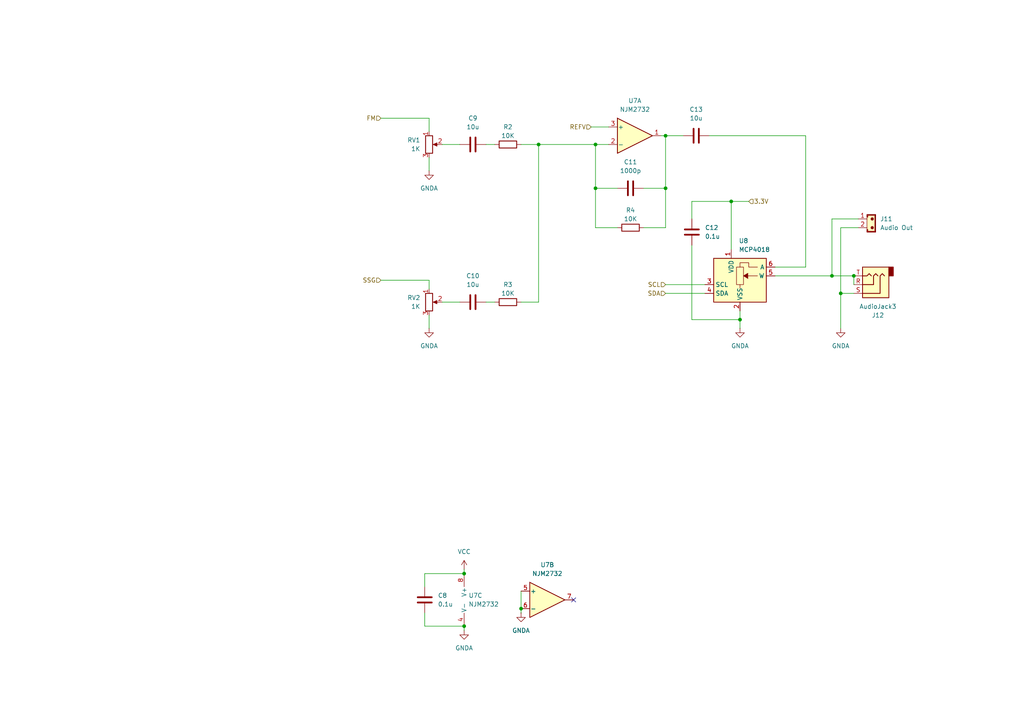
<source format=kicad_sch>
(kicad_sch (version 20231120) (generator "eeschema") (generator_version "8.0")
  (paper "A4")
  (lib_symbols
    (symbol "Amplifier_Operational:NJM4580" (pin_names (offset 0.127))
      (property "Reference" "U" (at 0 5.08 0))
      (property "Value" "NJM4580" (at 0 -5.08 0))
      (symbol "NJM4580_1_1"
        (polyline (pts (xy -5.08 5.08) (xy 5.08 0) (xy -5.08 -5.08) (xy -5.08 5.08)) (stroke (width 0.254)) (fill (type background)))
        (pin output line (at 7.62 0 180) (length 2.54) (name "~") (number "1"))
        (pin input line (at -7.62 -2.54 0) (length 2.54) (name "-") (number "2"))
        (pin input line (at -7.62 2.54 0) (length 2.54) (name "+") (number "3"))
      )
      (symbol "NJM4580_2_1"
        (polyline (pts (xy -5.08 5.08) (xy 5.08 0) (xy -5.08 -5.08) (xy -5.08 5.08)) (stroke (width 0.254)) (fill (type background)))
        (pin input line (at -7.62 2.54 0) (length 2.54) (name "+") (number "5"))
        (pin input line (at -7.62 -2.54 0) (length 2.54) (name "-") (number "6"))
        (pin output line (at 7.62 0 180) (length 2.54) (name "~") (number "7"))
      )
      (symbol "NJM4580_3_1"
        (pin power_in line (at -2.54 -7.62 90) (length 3.81) (name "V-") (number "4"))
        (pin power_in line (at -2.54 7.62 270) (length 3.81) (name "V+") (number "8"))
      )
    )
    (symbol "Connector_Audio:AudioJack3"
      (property "Reference" "J" (at 0 8.89 0))
      (property "Value" "AudioJack3" (at 0 6.35 0))
      (symbol "AudioJack3_0_1"
        (rectangle (start -5.08 -5.08) (end -6.35 -2.54) (stroke (width 0.254)) (fill (type outline)))
        (polyline (pts (xy 0 -2.54) (xy 0.635 -3.175) (xy 1.27 -2.54) (xy 2.54 -2.54)) (stroke (width 0.254)))
        (polyline (pts (xy -1.905 -2.54) (xy -1.27 -3.175) (xy -0.635 -2.54) (xy -0.635 0) (xy 2.54 0)) (stroke (width 0.254)))
        (polyline (pts (xy 2.54 2.54) (xy -2.54 2.54) (xy -2.54 -2.54) (xy -3.175 -3.175) (xy -3.81 -2.54)) (stroke (width 0.254)))
        (rectangle (start 2.54 3.81) (end -5.08 -5.08) (stroke (width 0.254)) (fill (type background)))
      )
      (symbol "AudioJack3_1_1"
        (pin passive line (at 5.08 0 180) (length 2.54) (name "~") (number "R"))
        (pin passive line (at 5.08 2.54 180) (length 2.54) (name "~") (number "S"))
        (pin passive line (at 5.08 -2.54 180) (length 2.54) (name "~") (number "T"))
      )
    )
    (symbol "Device:C" (pin_numbers hide) (pin_names (offset 0.254))
      (property "Reference" "C" (at 0.635 2.54 0))
      (property "Value" "C" (at 0.635 -2.54 0))
      (symbol "C_0_1"
        (polyline (pts (xy -2.032 -0.762) (xy 2.032 -0.762)) (stroke (width 0.508)))
        (polyline (pts (xy -2.032 0.762) (xy 2.032 0.762)) (stroke (width 0.508)))
      )
      (symbol "C_1_1"
        (pin passive line (at 0 3.81 270) (length 2.794) (name "~") (number "1"))
        (pin passive line (at 0 -3.81 90) (length 2.794) (name "~") (number "2"))
      )
    )
    (symbol "Device:R" (pin_numbers hide) (pin_names (offset 0))
      (property "Reference" "R" (at 2.032 0 90))
      (property "Value" "R" (at 0 0 90))
      (symbol "R_0_1"
        (rectangle (start -1.016 -2.54) (end 1.016 2.54) (stroke (width 0.254)))
      )
      (symbol "R_1_1"
        (pin passive line (at 0 3.81 270) (length 1.27) (name "~") (number "1"))
        (pin passive line (at 0 -3.81 90) (length 1.27) (name "~") (number "2"))
      )
    )
    (symbol "Device:R_Potentiometer" (pin_names (offset 1.016) hide)
      (property "Reference" "RV" (at -4.445 0 90))
      (property "Value" "R_Potentiometer" (at -2.54 0 90))
      (symbol "R_Potentiometer_0_1"
        (polyline (pts (xy 2.54 0) (xy 1.524 0)))
        (polyline (pts (xy 1.143 0) (xy 2.286 0.508) (xy 2.286 -0.508) (xy 1.143 0)) (fill (type outline)))
        (rectangle (start 1.016 2.54) (end -1.016 -2.54) (stroke (width 0.254)))
      )
      (symbol "R_Potentiometer_1_1"
        (pin passive line (at 0 3.81 270) (length 1.27) (name "1") (number "1"))
        (pin passive line (at 3.81 0 180) (length 1.27) (name "2") (number "2"))
        (pin passive line (at 0 -3.81 90) (length 1.27) (name "3") (number "3"))
      )
    )
    (symbol "PCM_SL_Connectors:JST_02"
      (property "Reference" "J" (at 0 7.62 0))
      (property "Value" "JST_02" (at 0 5.08 0))
      (symbol "JST_02_0_1"
        (rectangle (start -1.27 2.54) (end 1.27 -2.54) (fill (type background)))
        (polyline (pts (xy -1.27 -1.778) (xy -1.27 -2.54) (xy 1.27 -2.54) (xy 1.27 -1.778) (xy 1.016 -1.778) (xy 1.016 -2.286) (xy -1.016 -2.286) (xy -1.016 -1.778) (xy -1.27 -1.778)) (fill (type outline)))
        (polyline (pts (xy 1.27 1.778) (xy 1.27 2.54) (xy -1.27 2.54) (xy -1.27 1.778) (xy -1.016 1.778) (xy -1.016 2.286) (xy 1.016 2.286) (xy 1.016 1.778) (xy 1.27 1.778)) (fill (type outline)))
        (circle (center 0.254 -1.27) (radius 0.381) (fill (type outline)))
        (circle (center 0.254 1.27) (radius 0.381) (fill (type outline)))
        (rectangle (start 1.016 1.778) (end 1.27 -1.778) (fill (type outline)))
      )
      (symbol "JST_02_1_1"
        (pin passive line (at -3.81 1.27 0) (length 2.54) (name "") (number "1"))
        (pin passive line (at -3.81 -1.27 0) (length 2.54) (name "") (number "2"))
      )
    )
    (symbol "Potentiometer_Digital:MCP4018-xxxxLT"
      (property "Reference" "U" (at -7.62 8.89 0))
      (property "Value" "MCP4018-xxxxLT" (at 1.27 8.89 0))
      (symbol "MCP4018-xxxxLT_0_1"
        (polyline (pts (xy 0 0) (xy 0 -1.016)))
        (polyline (pts (xy 5.08 5.08) (xy 2.54 5.08) (xy 2.54 6.35) (xy 0 6.35) (xy 0 5.08)))
      )
      (symbol "MCP4018-xxxxLT_1_1"
        (rectangle (start -7.62 7.62) (end 7.62 -5.08) (stroke (width 0.254)) (fill (type background)))
        (polyline (pts (xy 5.08 2.54) (xy 2.286 2.54)))
        (polyline (pts (xy 2.286 1.778) (xy 2.286 3.302) (xy 1.016 2.54) (xy 2.286 1.778)) (fill (type outline)))
        (rectangle (start 1.016 0) (end -1.016 5.08))
        (pin power_in line (at -2.54 10.16 270) (length 2.54) (name "VDD") (number "1"))
        (pin power_in line (at 0 -7.62 90) (length 2.54) (name "VSS") (number "2"))
        (pin input line (at -10.16 0 0) (length 2.54) (name "SCL") (number "3"))
        (pin bidirectional line (at -10.16 -2.54 0) (length 2.54) (name "SDA") (number "4"))
        (pin passive line (at 10.16 2.54 180) (length 2.54) (name "W") (number "5"))
        (pin passive line (at 10.16 5.08 180) (length 2.54) (name "A") (number "6"))
      )
    )
    (symbol "power:GNDA" (power) (pin_numbers hide) (pin_names (offset 0) hide)
      (property "Value" "GNDA" (at 0 -3.81 0))
      (symbol "GNDA_0_1"
        (polyline (pts (xy 0 0) (xy 0 -1.27) (xy 1.27 -1.27) (xy 0 -2.54) (xy -1.27 -1.27) (xy 0 -1.27)))
      )
      (symbol "GNDA_1_1"
        (pin power_in line (at 0 0 270) (length 0) (name "~") (number "1"))
      )
    )
    (symbol "power:VCC" (power) (pin_numbers hide) (pin_names (offset 0) hide)
      (property "Value" "VCC" (at 0 3.556 0))
      (symbol "VCC_0_1"
        (polyline (pts (xy -0.762 1.27) (xy 0 2.54)))
        (polyline (pts (xy 0 0) (xy 0 2.54)))
        (polyline (pts (xy 0 2.54) (xy 0.762 1.27)))
      )
      (symbol "VCC_1_1"
        (pin power_in line (at 0 0 90) (length 0) (name "~") (number "1"))
      )
    )
  )
  (junction (at 134.62 181.61))
  (junction (at 134.62 166.37))
  (junction (at 151.13 176.53))
  (junction (at 193.04 54.61))
  (junction (at 214.63 92.71))
  (junction (at 193.04 39.37))
  (junction (at 212.09 58.42))
  (junction (at 172.72 41.91))
  (junction (at 156.21 41.91))
  (junction (at 247.65 80.01))
  (junction (at 243.84 85.09))
  (junction (at 172.72 54.61))
  (junction (at 241.3 80.01))
  (no_connect (at 166.37 173.99))
  (wire (pts (xy 193.04 66.04) (xy 193.04 54.61)))
  (wire (pts (xy 128.27 41.91) (xy 133.35 41.91)))
  (wire (pts (xy 193.04 82.55) (xy 204.47 82.55)))
  (wire (pts (xy 200.66 63.5) (xy 200.66 58.42)))
  (wire (pts (xy 200.66 71.12) (xy 200.66 92.71)))
  (wire (pts (xy 179.07 54.61) (xy 172.72 54.61)))
  (wire (pts (xy 123.19 170.18) (xy 123.19 166.37)))
  (wire (pts (xy 172.72 41.91) (xy 176.53 41.91)))
  (wire (pts (xy 134.62 165.1) (xy 134.62 166.37)))
  (wire (pts (xy 243.84 85.09) (xy 243.84 66.04)))
  (wire (pts (xy 124.46 34.29) (xy 124.46 38.1)))
  (wire (pts (xy 140.97 87.63) (xy 143.51 87.63)))
  (wire (pts (xy 123.19 166.37) (xy 134.62 166.37)))
  (wire (pts (xy 214.63 90.17) (xy 214.63 92.71)))
  (wire (pts (xy 224.79 80.01) (xy 241.3 80.01)))
  (wire (pts (xy 243.84 66.04) (xy 248.92 66.04)))
  (wire (pts (xy 110.49 81.28) (xy 124.46 81.28)))
  (wire (pts (xy 110.49 34.29) (xy 124.46 34.29)))
  (wire (pts (xy 124.46 49.53) (xy 124.46 45.72)))
  (wire (pts (xy 200.66 58.42) (xy 212.09 58.42)))
  (wire (pts (xy 171.45 36.83) (xy 176.53 36.83)))
  (wire (pts (xy 233.68 39.37) (xy 233.68 77.47)))
  (wire (pts (xy 156.21 41.91) (xy 172.72 41.91)))
  (wire (pts (xy 247.65 80.01) (xy 247.65 82.55)))
  (wire (pts (xy 179.07 66.04) (xy 172.72 66.04)))
  (wire (pts (xy 212.09 58.42) (xy 212.09 72.39)))
  (wire (pts (xy 193.04 39.37) (xy 198.12 39.37)))
  (wire (pts (xy 193.04 54.61) (xy 186.69 54.61)))
  (wire (pts (xy 124.46 95.25) (xy 124.46 91.44)))
  (wire (pts (xy 172.72 54.61) (xy 172.72 41.91)))
  (wire (pts (xy 233.68 77.47) (xy 224.79 77.47)))
  (wire (pts (xy 172.72 54.61) (xy 172.72 66.04)))
  (wire (pts (xy 248.92 63.5) (xy 241.3 63.5)))
  (wire (pts (xy 151.13 87.63) (xy 156.21 87.63)))
  (wire (pts (xy 151.13 176.53) (xy 151.13 177.8)))
  (wire (pts (xy 140.97 41.91) (xy 143.51 41.91)))
  (wire (pts (xy 243.84 95.25) (xy 243.84 85.09)))
  (wire (pts (xy 205.74 39.37) (xy 233.68 39.37)))
  (wire (pts (xy 200.66 92.71) (xy 214.63 92.71)))
  (wire (pts (xy 217.17 58.42) (xy 212.09 58.42)))
  (wire (pts (xy 214.63 92.71) (xy 214.63 95.25)))
  (wire (pts (xy 134.62 181.61) (xy 134.62 182.88)))
  (wire (pts (xy 243.84 85.09) (xy 247.65 85.09)))
  (wire (pts (xy 241.3 63.5) (xy 241.3 80.01)))
  (wire (pts (xy 124.46 81.28) (xy 124.46 83.82)))
  (wire (pts (xy 123.19 181.61) (xy 134.62 181.61)))
  (wire (pts (xy 156.21 41.91) (xy 156.21 87.63)))
  (wire (pts (xy 128.27 87.63) (xy 133.35 87.63)))
  (wire (pts (xy 193.04 39.37) (xy 191.77 39.37)))
  (wire (pts (xy 151.13 41.91) (xy 156.21 41.91)))
  (wire (pts (xy 193.04 85.09) (xy 204.47 85.09)))
  (wire (pts (xy 151.13 171.45) (xy 151.13 176.53)))
  (wire (pts (xy 186.69 66.04) (xy 193.04 66.04)))
  (wire (pts (xy 193.04 54.61) (xy 193.04 39.37)))
  (wire (pts (xy 123.19 181.61) (xy 123.19 177.8)))
  (wire (pts (xy 241.3 80.01) (xy 247.65 80.01)))
  (hierarchical_label "FM" (shape input) (at 110.49 34.29 180))
  (hierarchical_label "SSG" (shape input) (at 110.49 81.28 180))
  (hierarchical_label "REFV" (shape input) (at 171.45 36.83 180))
  (hierarchical_label "SCL" (shape input) (at 193.04 82.55 180))
  (hierarchical_label "3.3V" (shape input) (at 217.17 58.42 0))
  (hierarchical_label "SDA" (shape input) (at 193.04 85.09 180))
  (symbol (lib_id "Device:R") (at 182.88 66.04 90) (unit 1)
    (property "Reference" "R4" (at 182.88 60.96 90))
    (property "Value" "10K" (at 182.88 63.5 90))
    (property "Footprint" "Resistor_THT:R_Axial_DIN0204_L3.6mm_D1.6mm_P7.62mm_Horizontal" (effects (hide yes)))
    (instances (project "SystemController" (path "" (reference "R4") (unit 1))) (project "FMSynth2203" (path "" (reference "R4") (unit 1)) (path "" (reference "R4") (unit 1)) (path "" (reference "R25") (unit 1))))
  )
  (symbol (lib_id "power:GNDA") (at 151.13 177.8 0) (unit 1)
    (property "Reference" "#PWR047" (effects (hide yes)))
    (property "Value" "GNDA" (at 151.13 182.88 0))
    (property "Description" "Power symbol creates a global label with name \"GNDA\" , analog ground" (effects (hide yes)))
    (instances (project "SystemController" (path "" (reference "#PWR047") (unit 1))) (project "FMSynth2203" (path "" (reference "#PWR088") (unit 1))))
  )
  (symbol (lib_id "Device:C") (at 137.16 41.91 90) (unit 1)
    (property "Reference" "C9" (at 137.16 34.29 90))
    (property "Value" "10u" (at 137.16 36.83 90))
    (property "Footprint" "Capacitor_THT:CP_Radial_D6.3mm_P2.50mm" (effects (hide yes)))
    (instances (project "SystemController" (path "" (reference "C9") (unit 1))) (project "FMSynth2203" (path "" (reference "C31") (unit 1))))
  )
  (symbol (lib_id "power:VCC") (at 134.62 165.1 0) (unit 1)
    (property "Reference" "#PWR045" (effects (hide yes)))
    (property "Value" "VCC" (at 134.62 160.02 0))
    (property "Description" "Power symbol creates a global label with name \"VCC\"" (effects (hide yes)))
    (instances (project "SystemController" (path "" (reference "#PWR045") (unit 1))) (project "FMSynth2203" (path "" (reference "#PWR086") (unit 1))))
  )
  (symbol (lib_id "Device:R") (at 147.32 87.63 90) (unit 1)
    (property "Reference" "R3" (at 147.32 82.55 90))
    (property "Value" "10K" (at 147.32 85.09 90))
    (property "Footprint" "Resistor_THT:R_Axial_DIN0204_L3.6mm_D1.6mm_P7.62mm_Horizontal" (effects (hide yes)))
    (instances (project "SystemController" (path "" (reference "R3") (unit 1))) (project "FMSynth2203" (path "" (reference "R5") (unit 1)) (path "" (reference "R5") (unit 1)) (path "" (reference "R24") (unit 1))))
  )
  (symbol (lib_id "power:GNDA") (at 243.84 95.25 0) (unit 1)
    (property "Reference" "#PWR049" (effects (hide yes)))
    (property "Value" "GNDA" (at 243.84 100.33 0))
    (property "Description" "Power symbol creates a global label with name \"GNDA\" , analog ground" (effects (hide yes)))
    (instances (project "SystemController" (path "" (reference "#PWR049") (unit 1))) (project "FMSynth2203" (path "" (reference "#PWR013") (unit 1)) (path "" (reference "#PWR013") (unit 1)) (path "" (reference "#PWR090") (unit 1))))
  )
  (symbol (lib_id "Device:R") (at 147.32 41.91 90) (unit 1)
    (property "Reference" "R2" (at 147.32 36.83 90))
    (property "Value" "10K" (at 147.32 39.37 90))
    (property "Footprint" "Resistor_THT:R_Axial_DIN0204_L3.6mm_D1.6mm_P7.62mm_Horizontal" (effects (hide yes)))
    (instances (project "SystemController" (path "" (reference "R2") (unit 1))) (project "FMSynth2203" (path "" (reference "R4") (unit 1)) (path "" (reference "R4") (unit 1)) (path "" (reference "R23") (unit 1))))
  )
  (symbol (lib_id "power:GNDA") (at 124.46 49.53 0) (unit 1)
    (property "Reference" "#PWR043" (effects (hide yes)))
    (property "Value" "GNDA" (at 124.46 54.61 0))
    (property "Description" "Power symbol creates a global label with name \"GNDA\" , analog ground" (effects (hide yes)))
    (instances (project "SystemController" (path "" (reference "#PWR043") (unit 1))) (project "FMSynth2203" (path "" (reference "#PWR010") (unit 1)) (path "" (reference "#PWR010") (unit 1)) (path "" (reference "#PWR084") (unit 1))))
  )
  (symbol (lib_id "Device:C") (at 200.66 67.31 0) (unit 1)
    (property "Reference" "C12" (at 204.47 66.04 0) (effects (justify left)))
    (property "Value" "0.1u" (at 204.47 68.58 0) (effects (justify left)))
    (property "Footprint" "Capacitor_THT:C_Axial_L3.8mm_D2.6mm_P7.50mm_Horizontal" (effects (hide yes)))
    (instances (project "SystemController" (path "" (reference "C12") (unit 1))) (project "FMSynth2203" (path "" (reference "C31") (unit 1)) (path "" (reference "C29") (unit 1)) (path "" (reference "C30") (unit 1)) (path "" (reference "C32") (unit 1)) (path "" (reference "C30") (unit 1))))
  )
  (symbol (lib_id "Potentiometer_Digital:MCP4018-xxxxLT") (at 214.63 82.55 0) (unit 1)
    (property "Reference" "U8" (at 214.2841 69.85 0) (effects (justify left)))
    (property "Value" "MCP4018" (at 214.2841 72.39 0) (effects (justify left)))
    (property "Footprint" "Package_TO_SOT_SMD:SOT-363_SC-70-6" (effects (hide yes)))
    (property "Datasheet" "http://ww1.microchip.com/downloads/en/DeviceDoc/22147a.pdf" (effects (hide yes)))
    (instances (project "SystemController" (path "" (reference "U8") (unit 1))) (project "FMSynth2203" (path "" (reference "U21") (unit 1))))
  )
  (symbol (lib_id "Amplifier_Operational:NJM4580") (at 137.16 173.99 0) (unit 3)
    (property "Reference" "U7" (at 135.89 172.72 0) (effects (justify left)))
    (property "Value" "NJM2732" (at 135.89 175.26 0) (effects (justify left)))
    (property "Footprint" "Package_DIP:DIP-8_W7.62mm_Socket" (effects (hide yes)))
    (property "Datasheet" "https://www.nisshinbo-microdevices.co.jp/ja/pdf/datasheet/NJM2732_J.pdf" (effects (hide yes)))
  )
  (symbol (lib_id "Device:C") (at 137.16 87.63 90) (unit 1)
    (property "Reference" "C10" (at 137.16 80.01 90))
    (property "Value" "10u" (at 137.16 82.55 90))
    (property "Footprint" "Capacitor_THT:CP_Radial_D6.3mm_P2.50mm" (effects (hide yes)))
    (instances (project "SystemController" (path "" (reference "C10") (unit 1))) (project "FMSynth2203" (path "" (reference "C32") (unit 1))))
  )
  (symbol (lib_id "Device:R_Potentiometer") (at 124.46 41.91 0) (unit 1)
    (property "Reference" "RV1" (at 121.92 40.64 0) (effects (justify right)))
    (property "Value" "1K" (at 121.92 43.18 0) (effects (justify right)))
    (property "Footprint" "Potentiometer_THT:Potentiometer_Bourns_3339P_Vertical" (effects (hide yes)))
    (instances (project "SystemController" (path "" (reference "RV1") (unit 1))) (project "FMSynth2203" (path "" (reference "RV2") (unit 1)) (path "" (reference "RV2") (unit 1)) (path "" (reference "RV1") (unit 1))))
  )
  (symbol (lib_id "Device:R_Potentiometer") (at 124.46 87.63 0) (unit 1)
    (property "Reference" "RV2" (at 121.92 86.36 0) (effects (justify right)))
    (property "Value" "1K" (at 121.92 88.9 0) (effects (justify right)))
    (property "Footprint" "Potentiometer_THT:Potentiometer_Bourns_3339P_Vertical" (effects (hide yes)))
    (instances (project "SystemController" (path "" (reference "RV2") (unit 1))) (project "FMSynth2203" (path "" (reference "RV1") (unit 1)) (path "" (reference "RV1") (unit 1)) (path "" (reference "RV2") (unit 1))))
  )
  (symbol (lib_id "Amplifier_Operational:NJM4580") (at 158.75 173.99 0) (unit 2)
    (property "Reference" "U7" (at 158.75 163.83 0))
    (property "Value" "NJM2732" (at 158.75 166.37 0))
    (property "Footprint" "Package_DIP:DIP-8_W7.62mm_Socket" (effects (hide yes)))
    (property "Datasheet" "https://www.nisshinbo-microdevices.co.jp/ja/pdf/datasheet/NJM2732_J.pdf" (effects (hide yes)))
  )
  (symbol (lib_id "PCM_SL_Connectors:JST_02") (at 252.73 64.77 0) (unit 1)
    (property "Reference" "J11" (at 255.27 63.5 0) (effects (justify left)))
    (property "Value" "Audio Out" (at 255.27 66.04 0) (effects (justify left)))
    (property "Footprint" "Connector_JST:JST_XH_B2B-XH-A_1x02_P2.50mm_Vertical" (effects (hide yes)))
    (instances (project "SystemController" (path "" (reference "J11") (unit 1))) (project "FMSynth2203" (path "" (reference "J2") (unit 1))))
  )
  (symbol (lib_id "Device:C") (at 182.88 54.61 90) (unit 1)
    (property "Reference" "C11" (at 182.88 46.99 90))
    (property "Value" "1000p" (at 182.88 49.53 90))
    (property "Footprint" "Capacitor_THT:C_Axial_L3.8mm_D2.6mm_P7.50mm_Horizontal" (effects (hide yes)))
    (instances (project "SystemController" (path "" (reference "C11") (unit 1))) (project "FMSynth2203" (path "" (reference "C33") (unit 1))))
  )
  (symbol (lib_id "power:GNDA") (at 134.62 182.88 0) (unit 1)
    (property "Reference" "#PWR046" (effects (hide yes)))
    (property "Value" "GNDA" (at 134.62 187.96 0))
    (property "Description" "Power symbol creates a global label with name \"GNDA\" , analog ground" (effects (hide yes)))
    (instances (project "SystemController" (path "" (reference "#PWR046") (unit 1))) (project "FMSynth2203" (path "" (reference "#PWR087") (unit 1))))
  )
  (symbol (lib_id "Device:C") (at 201.93 39.37 90) (unit 1)
    (property "Reference" "C13" (at 201.93 31.75 90))
    (property "Value" "10u" (at 201.93 34.29 90))
    (property "Footprint" "Capacitor_THT:CP_Radial_D6.3mm_P2.50mm" (effects (hide yes)))
    (instances (project "SystemController" (path "" (reference "C13") (unit 1))) (project "FMSynth2203" (path "" (reference "C34") (unit 1))))
  )
  (symbol (lib_id "power:GNDA") (at 124.46 95.25 0) (unit 1)
    (property "Reference" "#PWR044" (effects (hide yes)))
    (property "Value" "GNDA" (at 124.46 100.33 0))
    (property "Description" "Power symbol creates a global label with name \"GNDA\" , analog ground" (effects (hide yes)))
    (instances (project "SystemController" (path "" (reference "#PWR044") (unit 1))) (project "FMSynth2203" (path "" (reference "#PWR08") (unit 1)) (path "" (reference "#PWR08") (unit 1)) (path "" (reference "#PWR085") (unit 1))))
  )
  (symbol (lib_id "Device:C") (at 123.19 173.99 0) (unit 1)
    (property "Reference" "C8" (at 127 172.72 0) (effects (justify left)))
    (property "Value" "0.1u" (at 127 175.26 0) (effects (justify left)))
    (property "Footprint" "Capacitor_THT:C_Axial_L3.8mm_D2.6mm_P7.50mm_Horizontal" (effects (hide yes)))
    (instances (project "SystemController" (path "" (reference "C8") (unit 1))) (project "FMSynth2203" (path "" (reference "C31") (unit 1)) (path "" (reference "C29") (unit 1)) (path "" (reference "C30") (unit 1)) (path "" (reference "C32") (unit 1)) (path "" (reference "C30") (unit 1))))
  )
  (symbol (lib_id "Amplifier_Operational:NJM4580") (at 184.15 39.37 0) (unit 1)
    (property "Reference" "U7" (at 184.15 29.21 0))
    (property "Value" "NJM2732" (at 184.15 31.75 0))
    (property "Footprint" "Package_DIP:DIP-8_W7.62mm_Socket" (effects (hide yes)))
    (property "Datasheet" "https://www.nisshinbo-microdevices.co.jp/ja/pdf/datasheet/NJM2732_J.pdf" (effects (hide yes)))
  )
  (symbol (lib_id "Connector_Audio:AudioJack3") (at 252.73 82.55 180) (unit 1)
    (property "Reference" "J12" (at 254.635 91.44 0))
    (property "Value" "AudioJack3" (at 254.635 88.9 0))
    (property "Footprint" "Connector_Audio:Jack_3.5mm_Ledino_KB3SPRS_Horizontal" (effects (hide yes)))
    (instances (project "SystemController" (path "" (reference "J12") (unit 1))) (project "FMSynth2203" (path "" (reference "J1") (unit 1)) (path "" (reference "J1") (unit 1)) (path "" (reference "J8") (unit 1))))
  )
  (symbol (lib_id "power:GNDA") (at 214.63 95.25 0) (unit 1)
    (property "Reference" "#PWR048" (effects (hide yes)))
    (property "Value" "GNDA" (at 214.63 100.33 0))
    (property "Description" "Power symbol creates a global label with name \"GNDA\" , analog ground" (effects (hide yes)))
    (instances (project "SystemController" (path "" (reference "#PWR048") (unit 1))) (project "FMSynth2203" (path "" (reference "#PWR08") (unit 1)) (path "" (reference "#PWR08") (unit 1)) (path "" (reference "#PWR089") (unit 1))))
  )
)
</source>
